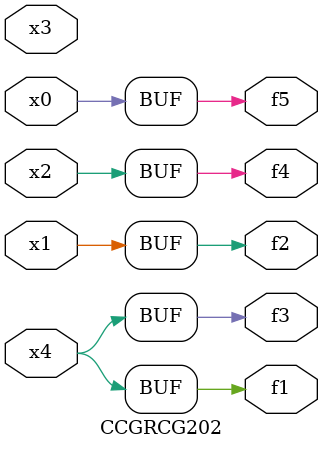
<source format=v>
module CCGRCG202(
	input x0, x1, x2, x3, x4,
	output f1, f2, f3, f4, f5
);
	assign f1 = x4;
	assign f2 = x1;
	assign f3 = x4;
	assign f4 = x2;
	assign f5 = x0;
endmodule

</source>
